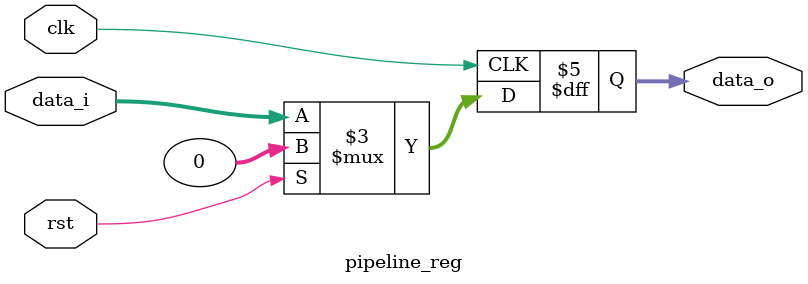
<source format=v>
`ifndef _PIPELINE_REG_V_
`define _PIPELINE_REG_V_

module pipeline_reg(
           input clk,
           input rst,
           input [31:0] data_i,
           output reg [31:0] data_o
       );

always @(posedge clk) begin
    if (rst) begin
        data_o <= 0;
    end
    else begin
        data_o <= data_i;
    end
end

endmodule

`endif

</source>
